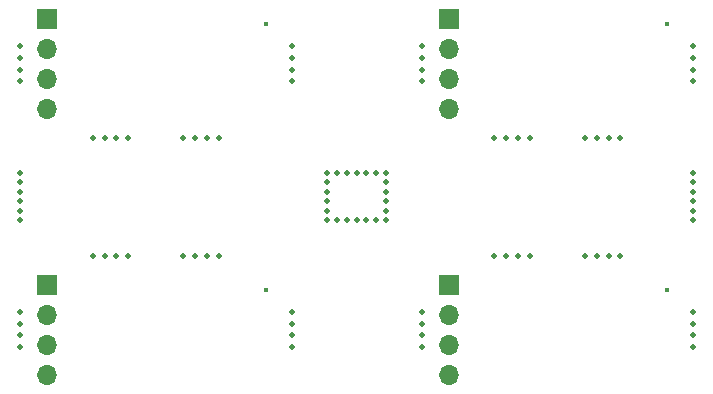
<source format=gbr>
%TF.GenerationSoftware,KiCad,Pcbnew,8.0.8-8.0.8-0~ubuntu24.04.1*%
%TF.CreationDate,2025-02-18T11:40:41+01:00*%
%TF.ProjectId,SPU0410LR5H_panel,53505530-3431-4304-9c52-35485f70616e,rev?*%
%TF.SameCoordinates,Original*%
%TF.FileFunction,Soldermask,Bot*%
%TF.FilePolarity,Negative*%
%FSLAX46Y46*%
G04 Gerber Fmt 4.6, Leading zero omitted, Abs format (unit mm)*
G04 Created by KiCad (PCBNEW 8.0.8-8.0.8-0~ubuntu24.04.1) date 2025-02-18 11:40:41*
%MOMM*%
%LPD*%
G01*
G04 APERTURE LIST*
%ADD10C,0.500000*%
%ADD11C,0.450000*%
%ADD12R,1.700000X1.700000*%
%ADD13O,1.700000X1.700000*%
G04 APERTURE END LIST*
D10*
%TO.C,KiKit_MB_12_1*%
X90333334Y-42500000D03*
%TD*%
%TO.C,KiKit_MB_8_1*%
X127333334Y-32499999D03*
%TD*%
%TO.C,KiKit_MB_5_3*%
X110500000Y-25750000D03*
%TD*%
%TO.C,KiKit_MB_21_6*%
X106666667Y-39500500D03*
%TD*%
%TO.C,KiKit_MB_11_4*%
X85666668Y-42500000D03*
%TD*%
%TO.C,KiKit_MB_13_2*%
X110500001Y-49250000D03*
%TD*%
%TO.C,KiKit_MB_3_4*%
X82666668Y-32499999D03*
%TD*%
%TO.C,KiKit_MB_14_3*%
X133500000Y-49250000D03*
%TD*%
%TO.C,KiKit_MB_18_4*%
X133500001Y-37900500D03*
%TD*%
%TO.C,KiKit_MB_6_3*%
X133500000Y-26750000D03*
%TD*%
%TO.C,KiKit_MB_10_1*%
X99500001Y-47250000D03*
%TD*%
%TO.C,KiKit_MB_7_3*%
X117666667Y-32499999D03*
%TD*%
%TO.C,KiKit_MB_2_3*%
X99500000Y-26750000D03*
%TD*%
%TO.C,KiKit_MB_1_1*%
X76500002Y-27750000D03*
%TD*%
%TO.C,KiKit_MB_17_2*%
X107500000Y-38700500D03*
%TD*%
%TO.C,KiKit_MB_21_1*%
X102500000Y-39500500D03*
%TD*%
%TO.C,KiKit_MB_16_4*%
X127333334Y-42500000D03*
%TD*%
%TO.C,KiKit_MB_1_4*%
X76500001Y-24750000D03*
%TD*%
%TO.C,KiKit_MB_13_1*%
X110500001Y-50250000D03*
%TD*%
%TO.C,KiKit_MB_22_7*%
X102500000Y-35500500D03*
%TD*%
%TO.C,KiKit_MB_22_1*%
X107500000Y-35500500D03*
%TD*%
%TO.C,KiKit_MB_10_4*%
X99500000Y-50250000D03*
%TD*%
%TO.C,KiKit_MB_6_1*%
X133500001Y-24750000D03*
%TD*%
%TO.C,KiKit_MB_17_6*%
X107500000Y-35500500D03*
%TD*%
%TO.C,KiKit_MB_21_5*%
X105833334Y-39500500D03*
%TD*%
%TO.C,KiKit_MB_18_1*%
X133500001Y-35500500D03*
%TD*%
%TO.C,KiKit_MB_4_4*%
X90333334Y-32499999D03*
%TD*%
%TO.C,KiKit_MB_16_1*%
X124333334Y-42500000D03*
%TD*%
%TO.C,KiKit_MB_18_3*%
X133500001Y-37100500D03*
%TD*%
%TO.C,KiKit_MB_19_1*%
X76500000Y-35500500D03*
%TD*%
%TO.C,KiKit_MB_10_2*%
X99500001Y-48250000D03*
%TD*%
%TO.C,KiKit_MB_17_1*%
X107500000Y-39500500D03*
%TD*%
%TO.C,KiKit_MB_2_4*%
X99500000Y-27750000D03*
%TD*%
%TO.C,KiKit_MB_15_2*%
X117666667Y-42500000D03*
%TD*%
%TO.C,KiKit_MB_15_1*%
X116666667Y-42500000D03*
%TD*%
%TO.C,KiKit_MB_8_4*%
X124333334Y-32499999D03*
%TD*%
%TO.C,KiKit_MB_1_2*%
X76500002Y-26750000D03*
%TD*%
D11*
%TO.C,U2*%
X97300000Y-45405500D03*
%TD*%
D10*
%TO.C,KiKit_MB_22_3*%
X105833334Y-35500500D03*
%TD*%
%TO.C,KiKit_MB_2_1*%
X99500001Y-24750000D03*
%TD*%
%TO.C,KiKit_MB_22_6*%
X103333334Y-35500500D03*
%TD*%
%TO.C,KiKit_MB_11_3*%
X84666668Y-42500000D03*
%TD*%
D11*
%TO.C,U2*%
X97300000Y-22905500D03*
%TD*%
D10*
%TO.C,KiKit_MB_2_2*%
X99500001Y-25750000D03*
%TD*%
%TO.C,KiKit_MB_9_3*%
X76500001Y-48250000D03*
%TD*%
%TO.C,KiKit_MB_7_4*%
X116666667Y-32499999D03*
%TD*%
%TO.C,KiKit_MB_22_4*%
X105000000Y-35500500D03*
%TD*%
D11*
%TO.C,U2*%
X131300000Y-22905500D03*
%TD*%
D10*
%TO.C,KiKit_MB_18_2*%
X133500001Y-36300500D03*
%TD*%
%TO.C,KiKit_MB_6_4*%
X133500000Y-27750000D03*
%TD*%
%TO.C,KiKit_MB_4_3*%
X91333334Y-32499999D03*
%TD*%
D12*
%TO.C,J1*%
X112800000Y-44950000D03*
D13*
X112800000Y-47490000D03*
X112800000Y-50030000D03*
X112800000Y-52570000D03*
%TD*%
D10*
%TO.C,KiKit_MB_19_5*%
X76500000Y-38700500D03*
%TD*%
%TO.C,KiKit_MB_20_5*%
X102500000Y-38700500D03*
%TD*%
%TO.C,KiKit_MB_14_2*%
X133500001Y-48250000D03*
%TD*%
%TO.C,KiKit_MB_20_2*%
X102500000Y-36300500D03*
%TD*%
%TO.C,KiKit_MB_7_1*%
X119666667Y-32499999D03*
%TD*%
%TO.C,KiKit_MB_13_3*%
X110500000Y-48250000D03*
%TD*%
%TO.C,KiKit_MB_14_4*%
X133500000Y-50250000D03*
%TD*%
%TO.C,KiKit_MB_21_2*%
X103333334Y-39500500D03*
%TD*%
%TO.C,KiKit_MB_15_3*%
X118666667Y-42500000D03*
%TD*%
%TO.C,KiKit_MB_21_4*%
X105000000Y-39500500D03*
%TD*%
%TO.C,KiKit_MB_1_3*%
X76500001Y-25750000D03*
%TD*%
%TO.C,KiKit_MB_7_2*%
X118666667Y-32499999D03*
%TD*%
%TO.C,KiKit_MB_20_6*%
X102500000Y-39500500D03*
%TD*%
%TO.C,KiKit_MB_6_2*%
X133500001Y-25750000D03*
%TD*%
%TO.C,KiKit_MB_18_5*%
X133500001Y-38700500D03*
%TD*%
%TO.C,KiKit_MB_19_4*%
X76500000Y-37900500D03*
%TD*%
%TO.C,KiKit_MB_3_1*%
X85666668Y-32499999D03*
%TD*%
%TO.C,KiKit_MB_11_2*%
X83666668Y-42500000D03*
%TD*%
%TO.C,KiKit_MB_11_1*%
X82666668Y-42500000D03*
%TD*%
%TO.C,KiKit_MB_3_3*%
X83666668Y-32499999D03*
%TD*%
%TO.C,KiKit_MB_10_3*%
X99500000Y-49250000D03*
%TD*%
%TO.C,KiKit_MB_9_4*%
X76500001Y-47250000D03*
%TD*%
%TO.C,KiKit_MB_3_2*%
X84666668Y-32499999D03*
%TD*%
%TO.C,KiKit_MB_19_6*%
X76500000Y-39500500D03*
%TD*%
%TO.C,KiKit_MB_8_2*%
X126333334Y-32499999D03*
%TD*%
%TO.C,KiKit_MB_20_3*%
X102500000Y-37100500D03*
%TD*%
D12*
%TO.C,J1*%
X78800000Y-44950000D03*
D13*
X78800000Y-47490000D03*
X78800000Y-50030000D03*
X78800000Y-52570000D03*
%TD*%
D10*
%TO.C,KiKit_MB_21_3*%
X104166667Y-39500500D03*
%TD*%
%TO.C,KiKit_MB_4_1*%
X93333334Y-32499999D03*
%TD*%
%TO.C,KiKit_MB_8_3*%
X125333334Y-32499999D03*
%TD*%
%TO.C,KiKit_MB_16_3*%
X126333334Y-42500000D03*
%TD*%
D11*
%TO.C,U2*%
X131300000Y-45405500D03*
%TD*%
D10*
%TO.C,KiKit_MB_15_4*%
X119666667Y-42500000D03*
%TD*%
%TO.C,KiKit_MB_22_2*%
X106666667Y-35500500D03*
%TD*%
%TO.C,KiKit_MB_20_4*%
X102500000Y-37900500D03*
%TD*%
%TO.C,KiKit_MB_9_2*%
X76500002Y-49250000D03*
%TD*%
D12*
%TO.C,J1*%
X78800000Y-22450000D03*
D13*
X78800000Y-24990000D03*
X78800000Y-27530000D03*
X78800000Y-30070000D03*
%TD*%
D10*
%TO.C,KiKit_MB_4_2*%
X92333334Y-32499999D03*
%TD*%
%TO.C,KiKit_MB_12_4*%
X93333334Y-42500000D03*
%TD*%
%TO.C,KiKit_MB_18_6*%
X133500001Y-39500500D03*
%TD*%
%TO.C,KiKit_MB_5_4*%
X110500000Y-24750000D03*
%TD*%
%TO.C,KiKit_MB_17_5*%
X107500000Y-36300500D03*
%TD*%
%TO.C,KiKit_MB_12_2*%
X91333334Y-42500000D03*
%TD*%
%TO.C,KiKit_MB_16_2*%
X125333334Y-42500000D03*
%TD*%
%TO.C,KiKit_MB_17_3*%
X107500000Y-37900500D03*
%TD*%
%TO.C,KiKit_MB_13_4*%
X110500000Y-47250000D03*
%TD*%
%TO.C,KiKit_MB_12_3*%
X92333334Y-42500000D03*
%TD*%
%TO.C,KiKit_MB_17_4*%
X107500000Y-37100500D03*
%TD*%
%TO.C,KiKit_MB_22_5*%
X104166667Y-35500500D03*
%TD*%
D12*
%TO.C,J1*%
X112800000Y-22450000D03*
D13*
X112800000Y-24990000D03*
X112800000Y-27530000D03*
X112800000Y-30070000D03*
%TD*%
D10*
%TO.C,KiKit_MB_19_3*%
X76500000Y-37100500D03*
%TD*%
%TO.C,KiKit_MB_21_7*%
X107500000Y-39500500D03*
%TD*%
%TO.C,KiKit_MB_5_1*%
X110500001Y-27750000D03*
%TD*%
%TO.C,KiKit_MB_9_1*%
X76500002Y-50250000D03*
%TD*%
%TO.C,KiKit_MB_20_1*%
X102500000Y-35500500D03*
%TD*%
%TO.C,KiKit_MB_5_2*%
X110500001Y-26750000D03*
%TD*%
%TO.C,KiKit_MB_19_2*%
X76500000Y-36300500D03*
%TD*%
%TO.C,KiKit_MB_14_1*%
X133500001Y-47250000D03*
%TD*%
M02*

</source>
